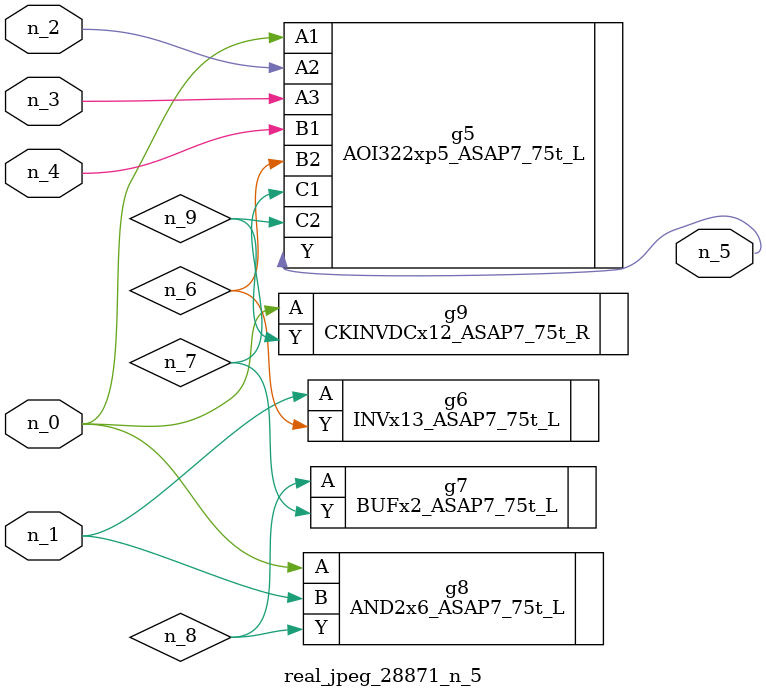
<source format=v>
module real_jpeg_28871_n_5 (n_4, n_0, n_1, n_2, n_3, n_5);

input n_4;
input n_0;
input n_1;
input n_2;
input n_3;

output n_5;

wire n_8;
wire n_6;
wire n_7;
wire n_9;

AOI322xp5_ASAP7_75t_L g5 ( 
.A1(n_0),
.A2(n_2),
.A3(n_3),
.B1(n_4),
.B2(n_6),
.C1(n_7),
.C2(n_9),
.Y(n_5)
);

AND2x6_ASAP7_75t_L g8 ( 
.A(n_0),
.B(n_1),
.Y(n_8)
);

CKINVDCx12_ASAP7_75t_R g9 ( 
.A(n_0),
.Y(n_9)
);

INVx13_ASAP7_75t_L g6 ( 
.A(n_1),
.Y(n_6)
);

BUFx2_ASAP7_75t_L g7 ( 
.A(n_8),
.Y(n_7)
);


endmodule
</source>
